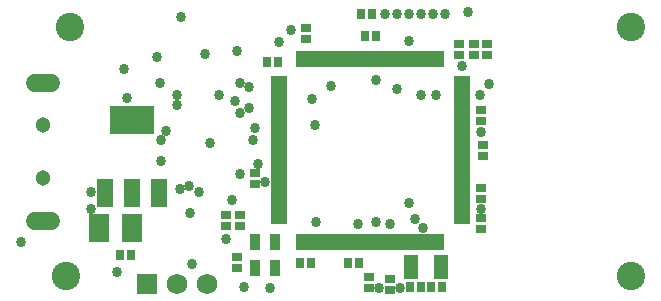
<source format=gbs>
G75*
%MOIN*%
%OFA0B0*%
%FSLAX25Y25*%
%IPPOS*%
%LPD*%
%AMOC8*
5,1,8,0,0,1.08239X$1,22.5*
%
%ADD10R,0.02600X0.03800*%
%ADD11R,0.03800X0.02600*%
%ADD12R,0.05131X0.08280*%
%ADD13R,0.03300X0.05800*%
%ADD14R,0.05524X0.02060*%
%ADD15R,0.02060X0.05524*%
%ADD16R,0.07099X0.09461*%
%ADD17C,0.05131*%
%ADD18C,0.05918*%
%ADD19R,0.05600X0.09600*%
%ADD20R,0.14973X0.09461*%
%ADD21C,0.09461*%
%ADD22R,0.06800X0.06800*%
%ADD23C,0.06800*%
%ADD24C,0.03400*%
D10*
X0046282Y0027500D03*
X0049882Y0027500D03*
X0106282Y0025000D03*
X0109882Y0025000D03*
X0122282Y0025000D03*
X0125882Y0025000D03*
X0142782Y0017000D03*
X0146382Y0017000D03*
X0149782Y0017000D03*
X0153382Y0017000D03*
X0098882Y0092000D03*
X0095282Y0092000D03*
X0126534Y0108000D03*
X0130134Y0108000D03*
X0131382Y0100500D03*
X0127782Y0100500D03*
D11*
X0108082Y0099700D03*
X0108082Y0103300D03*
X0159082Y0097800D03*
X0164082Y0097800D03*
X0168582Y0097800D03*
X0168582Y0094200D03*
X0164082Y0094200D03*
X0159082Y0094200D03*
X0166582Y0075800D03*
X0166582Y0072200D03*
X0167082Y0064300D03*
X0167082Y0060700D03*
X0166582Y0049800D03*
X0166582Y0046200D03*
X0166582Y0039800D03*
X0166582Y0036200D03*
X0136082Y0019548D03*
X0136082Y0015948D03*
X0129082Y0016452D03*
X0129082Y0020052D03*
X0086082Y0037200D03*
X0081582Y0037200D03*
X0081582Y0040800D03*
X0086082Y0040800D03*
X0091082Y0051200D03*
X0091082Y0054800D03*
X0085082Y0026800D03*
X0085082Y0023200D03*
D12*
X0143161Y0023500D03*
X0153004Y0023500D03*
D13*
X0097882Y0023200D03*
X0091282Y0023200D03*
X0091282Y0031800D03*
X0097882Y0031800D03*
D14*
X0099071Y0038878D03*
X0099071Y0040846D03*
X0099071Y0042815D03*
X0099071Y0044783D03*
X0099071Y0046752D03*
X0099071Y0048720D03*
X0099071Y0050689D03*
X0099071Y0052657D03*
X0099071Y0054626D03*
X0099071Y0056594D03*
X0099071Y0058563D03*
X0099071Y0060531D03*
X0099071Y0062500D03*
X0099071Y0064469D03*
X0099071Y0066437D03*
X0099071Y0068406D03*
X0099071Y0070374D03*
X0099071Y0072343D03*
X0099071Y0074311D03*
X0099071Y0076280D03*
X0099071Y0078248D03*
X0099071Y0080217D03*
X0099071Y0082185D03*
X0099071Y0084154D03*
X0099071Y0086122D03*
X0160094Y0086122D03*
X0160094Y0084154D03*
X0160094Y0082185D03*
X0160094Y0080217D03*
X0160094Y0078248D03*
X0160094Y0076280D03*
X0160094Y0074311D03*
X0160094Y0072343D03*
X0160094Y0070374D03*
X0160094Y0068406D03*
X0160094Y0066437D03*
X0160094Y0064469D03*
X0160094Y0062500D03*
X0160094Y0060531D03*
X0160094Y0058563D03*
X0160094Y0056594D03*
X0160094Y0054626D03*
X0160094Y0052657D03*
X0160094Y0050689D03*
X0160094Y0048720D03*
X0160094Y0046752D03*
X0160094Y0044783D03*
X0160094Y0042815D03*
X0160094Y0040846D03*
X0160094Y0038878D03*
D15*
X0153204Y0031988D03*
X0151236Y0031988D03*
X0149267Y0031988D03*
X0147299Y0031988D03*
X0145330Y0031988D03*
X0143362Y0031988D03*
X0141393Y0031988D03*
X0139425Y0031988D03*
X0137456Y0031988D03*
X0135488Y0031988D03*
X0133519Y0031988D03*
X0131551Y0031988D03*
X0129582Y0031988D03*
X0127614Y0031988D03*
X0125645Y0031988D03*
X0123677Y0031988D03*
X0121708Y0031988D03*
X0119740Y0031988D03*
X0117771Y0031988D03*
X0115803Y0031988D03*
X0113834Y0031988D03*
X0111866Y0031988D03*
X0109897Y0031988D03*
X0107929Y0031988D03*
X0105960Y0031988D03*
X0105960Y0093012D03*
X0107929Y0093012D03*
X0109897Y0093012D03*
X0111866Y0093012D03*
X0113834Y0093012D03*
X0115803Y0093012D03*
X0117771Y0093012D03*
X0119740Y0093012D03*
X0121708Y0093012D03*
X0123677Y0093012D03*
X0125645Y0093012D03*
X0127614Y0093012D03*
X0129582Y0093012D03*
X0131551Y0093012D03*
X0133519Y0093012D03*
X0135488Y0093012D03*
X0137456Y0093012D03*
X0139425Y0093012D03*
X0141393Y0093012D03*
X0143362Y0093012D03*
X0145330Y0093012D03*
X0147299Y0093012D03*
X0149267Y0093012D03*
X0151236Y0093012D03*
X0153204Y0093012D03*
D16*
X0050094Y0036500D03*
X0039071Y0036500D03*
D17*
X0020409Y0053142D03*
X0020409Y0070858D03*
D18*
X0017850Y0085031D02*
X0022968Y0085031D01*
X0022968Y0038969D02*
X0017850Y0038969D01*
D19*
X0040982Y0048300D03*
X0050082Y0048300D03*
X0059182Y0048300D03*
D20*
X0050082Y0072701D03*
D21*
X0028082Y0020500D03*
X0029582Y0103500D03*
X0216582Y0103500D03*
X0216582Y0020500D03*
D22*
X0055082Y0018000D03*
D23*
X0065082Y0018000D03*
X0075082Y0018000D03*
D24*
X0070082Y0024500D03*
X0081582Y0033000D03*
X0069582Y0041500D03*
X0072582Y0048500D03*
X0069193Y0050610D03*
X0066082Y0049500D03*
X0059682Y0059000D03*
X0059832Y0066000D03*
X0061582Y0069000D03*
X0065082Y0077500D03*
X0065082Y0081000D03*
X0059582Y0085000D03*
X0048582Y0080000D03*
X0047582Y0089500D03*
X0058582Y0093500D03*
X0074382Y0094700D03*
X0085082Y0095500D03*
X0099082Y0098500D03*
X0103082Y0102500D03*
X0131582Y0086000D03*
X0138582Y0083000D03*
X0146582Y0081000D03*
X0151582Y0081000D03*
X0160082Y0090500D03*
X0169082Y0084500D03*
X0166082Y0081000D03*
X0166582Y0068500D03*
X0142582Y0045000D03*
X0144582Y0039500D03*
X0147082Y0036500D03*
X0136082Y0038000D03*
X0131582Y0038500D03*
X0125582Y0038000D03*
X0111582Y0038500D03*
X0094582Y0052000D03*
X0086082Y0054500D03*
X0092082Y0058000D03*
X0090582Y0066000D03*
X0091082Y0070000D03*
X0086082Y0075000D03*
X0089082Y0076500D03*
X0084582Y0079000D03*
X0079082Y0081000D03*
X0086082Y0085000D03*
X0089082Y0083500D03*
X0110082Y0079500D03*
X0116582Y0084000D03*
X0111082Y0071000D03*
X0076082Y0065000D03*
X0083582Y0046000D03*
X0045082Y0022000D03*
X0013082Y0032000D03*
X0036582Y0042786D03*
X0036582Y0048500D03*
X0087582Y0017000D03*
X0096082Y0016500D03*
X0132582Y0016500D03*
X0139582Y0016500D03*
X0166582Y0043000D03*
X0142582Y0099000D03*
X0142582Y0108000D03*
X0138582Y0108000D03*
X0134582Y0108000D03*
X0146582Y0108000D03*
X0150582Y0108000D03*
X0154582Y0108000D03*
X0162082Y0108500D03*
X0066582Y0107000D03*
M02*

</source>
